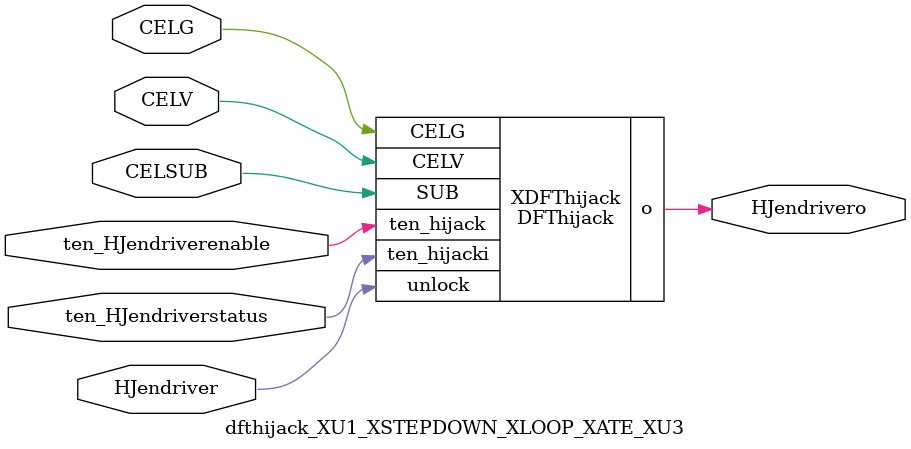
<source format=v>


module DFThijack ( o, CELG, CELV, SUB, ten_hijack, ten_hijacki, unlock );

  input CELV;
  input ten_hijack;
  input ten_hijacki;
  input unlock;
  output o;
  input SUB;
  input CELG;
endmodule


module dfthijack_XU1_XSTEPDOWN_XLOOP_XATE_XU3 (HJendrivero,CELG,CELV,CELSUB,ten_HJendriverenable,ten_HJendriverstatus,HJendriver);
output  HJendrivero;
input  CELG;
input  CELV;
input  CELSUB;
input  ten_HJendriverenable;
input  ten_HJendriverstatus;
input  HJendriver;

DFThijack XDFThijack(
  .o (HJendrivero),
  .CELG (CELG),
  .CELV (CELV),
  .SUB (CELSUB),
  .ten_hijack (ten_HJendriverenable),
  .ten_hijacki (ten_HJendriverstatus),
  .unlock (HJendriver)
);

endmodule


</source>
